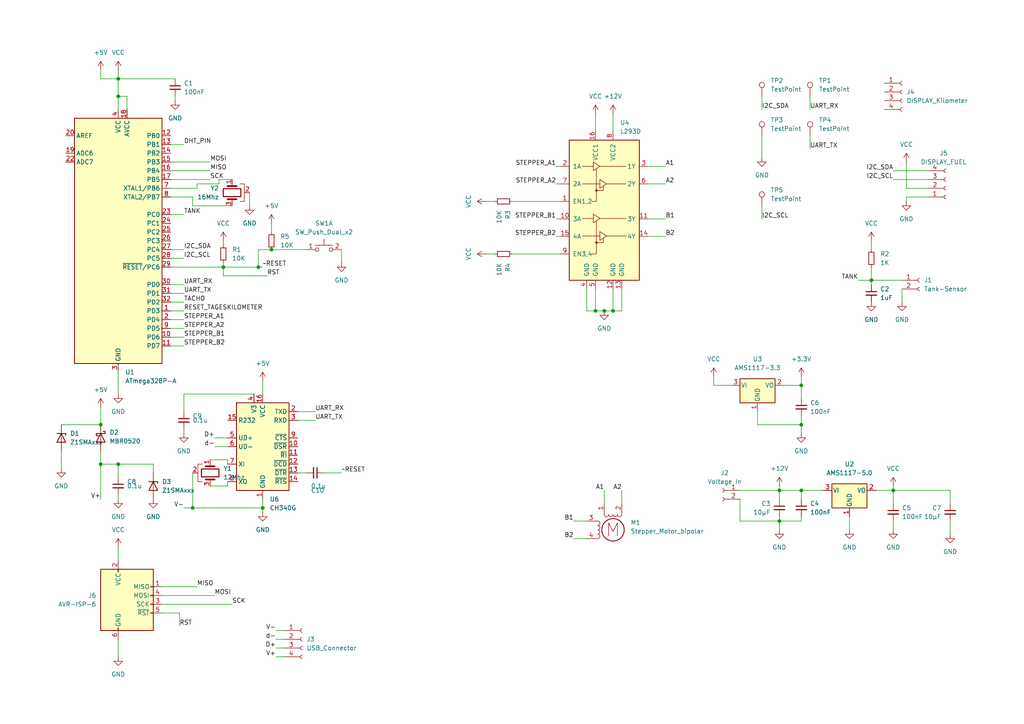
<source format=kicad_sch>
(kicad_sch (version 20211123) (generator eeschema)
  (paper "A4")
  (lib_symbols
    (symbol "Connector:AVR-ISP-6" (pin_names (offset 1.016))
      (property "Reference" "J" (at -6.35 11.43 0))
      (property "Value" "AVR-ISP-6" (at 0 11.43 0))
      (symbol "AVR-ISP-6_0_1"
        (rectangle (start -2.667 -6.858) (end -2.413 -7.62))
        (rectangle (start -2.667 10.16) (end -2.413 9.398))
        (rectangle (start 7.62 -2.413) (end 6.858 -2.667))
        (rectangle (start 7.62 0.127) (end 6.858 -0.127))
        (rectangle (start 7.62 2.667) (end 6.858 2.413))
        (rectangle (start 7.62 5.207) (end 6.858 4.953))
        (rectangle (start 7.62 10.16) (end -7.62 -7.62) (stroke (width 0.254)) (fill (type background)))
      )
      (symbol "AVR-ISP-6_1_1"
        (pin passive line (at 10.16 5.08 180) (length 2.54) (name "MISO") (number "1"))
        (pin passive line (at -2.54 12.7 270) (length 2.54) (name "VCC") (number "2"))
        (pin passive line (at 10.16 0 180) (length 2.54) (name "SCK") (number "3"))
        (pin passive line (at 10.16 2.54 180) (length 2.54) (name "MOSI") (number "4"))
        (pin passive line (at 10.16 -2.54 180) (length 2.54) (name "~{RST}") (number "5"))
        (pin passive line (at -2.54 -10.16 90) (length 2.54) (name "GND") (number "6"))
      )
    )
    (symbol "Connector:Conn_01x02_Female" (pin_names (offset 1.016) hide)
      (property "Reference" "J" (at 0 2.54 0))
      (property "Value" "Conn_01x02_Female" (at 0 -5.08 0))
      (symbol "Conn_01x02_Female_1_1"
        (arc (start 0 -2.032) (mid -0.508 -2.54) (end 0 -3.048) (stroke (width 0.1524)))
        (polyline (pts (xy -1.27 -2.54) (xy -0.508 -2.54)) (stroke (width 0.1524)))
        (polyline (pts (xy -1.27 0) (xy -0.508 0)) (stroke (width 0.1524)))
        (arc (start 0 0.508) (mid -0.508 0) (end 0 -0.508) (stroke (width 0.1524)))
        (pin passive line (at -5.08 0 0) (length 3.81) (name "Pin_1") (number "1"))
        (pin passive line (at -5.08 -2.54 0) (length 3.81) (name "Pin_2") (number "2"))
      )
    )
    (symbol "Connector:Conn_01x04_Female" (pin_names (offset 1.016) hide)
      (property "Reference" "J" (at 0 5.08 0))
      (property "Value" "Conn_01x04_Female" (at 0 -7.62 0))
      (symbol "Conn_01x04_Female_1_1"
        (arc (start 0 -4.572) (mid -0.508 -5.08) (end 0 -5.588) (stroke (width 0.1524)))
        (arc (start 0 -2.032) (mid -0.508 -2.54) (end 0 -3.048) (stroke (width 0.1524)))
        (polyline (pts (xy -1.27 -5.08) (xy -0.508 -5.08)) (stroke (width 0.1524)))
        (polyline (pts (xy -1.27 -2.54) (xy -0.508 -2.54)) (stroke (width 0.1524)))
        (polyline (pts (xy -1.27 0) (xy -0.508 0)) (stroke (width 0.1524)))
        (polyline (pts (xy -1.27 2.54) (xy -0.508 2.54)) (stroke (width 0.1524)))
        (arc (start 0 0.508) (mid -0.508 0) (end 0 -0.508) (stroke (width 0.1524)))
        (arc (start 0 3.048) (mid -0.508 2.54) (end 0 2.032) (stroke (width 0.1524)))
        (pin passive line (at -5.08 2.54 0) (length 3.81) (name "Pin_1") (number "1"))
        (pin passive line (at -5.08 0 0) (length 3.81) (name "Pin_2") (number "2"))
        (pin passive line (at -5.08 -2.54 0) (length 3.81) (name "Pin_3") (number "3"))
        (pin passive line (at -5.08 -5.08 0) (length 3.81) (name "Pin_4") (number "4"))
      )
    )
    (symbol "Connector:TestPoint" (pin_numbers hide) (pin_names (offset 0.762) hide)
      (property "Reference" "TP" (at 0 6.858 0))
      (property "Value" "TestPoint" (at 0 5.08 0))
      (symbol "TestPoint_0_1"
        (circle (center 0 3.302) (radius 0.762))
      )
      (symbol "TestPoint_1_1"
        (pin passive line (at 0 0 90) (length 2.54) (name "1") (number "1"))
      )
    )
    (symbol "Device:C_Small" (pin_numbers hide) (pin_names (offset 0.254) hide)
      (property "Reference" "C" (at 0.254 1.778 0))
      (property "Value" "C_Small" (at 0.254 -2.032 0))
      (symbol "C_Small_0_1"
        (polyline (pts (xy -1.524 -0.508) (xy 1.524 -0.508)) (stroke (width 0.3302)))
        (polyline (pts (xy -1.524 0.508) (xy 1.524 0.508)) (stroke (width 0.3048)))
      )
      (symbol "C_Small_1_1"
        (pin passive line (at 0 2.54 270) (length 2.032) (name "~") (number "1"))
        (pin passive line (at 0 -2.54 90) (length 2.032) (name "~") (number "2"))
      )
    )
    (symbol "Device:Crystal_GND2" (pin_names (offset 1.016) hide)
      (property "Reference" "Y" (at 0 5.715 0))
      (property "Value" "Crystal_GND2" (at 0 3.81 0))
      (symbol "Crystal_GND2_0_1"
        (rectangle (start -1.143 2.54) (end 1.143 -2.54) (stroke (width 0.3048)))
        (polyline (pts (xy -2.54 0) (xy -1.905 0)))
        (polyline (pts (xy -1.905 -1.27) (xy -1.905 1.27)) (stroke (width 0.508)))
        (polyline (pts (xy 0 -3.81) (xy 0 -3.556)))
        (polyline (pts (xy 1.905 0) (xy 2.54 0)))
        (polyline (pts (xy 1.905 1.27) (xy 1.905 -1.27)) (stroke (width 0.508)))
        (polyline (pts (xy -2.54 -2.286) (xy -2.54 -3.556) (xy 2.54 -3.556) (xy 2.54 -2.286)))
      )
      (symbol "Crystal_GND2_1_1"
        (pin passive line (at -3.81 0 0) (length 1.27) (name "1") (number "1"))
        (pin passive line (at 0 -5.08 90) (length 1.27) (name "2") (number "2"))
        (pin passive line (at 3.81 0 180) (length 1.27) (name "3") (number "3"))
      )
    )
    (symbol "Device:R_Small" (pin_numbers hide) (pin_names (offset 0.254) hide)
      (property "Reference" "R" (at 0.762 0.508 0))
      (property "Value" "R_Small" (at 0.762 -1.016 0))
      (symbol "R_Small_0_1"
        (rectangle (start -0.762 1.778) (end 0.762 -1.778) (stroke (width 0.2032)))
      )
      (symbol "R_Small_1_1"
        (pin passive line (at 0 2.54 270) (length 0.762) (name "~") (number "1"))
        (pin passive line (at 0 -2.54 90) (length 0.762) (name "~") (number "2"))
      )
    )
    (symbol "Diode:MBR0520" (pin_numbers hide) (pin_names (offset 1.016) hide)
      (property "Reference" "D" (at 0 2.54 0))
      (property "Value" "MBR0520" (at 0 -2.54 0))
      (symbol "MBR0520_0_1"
        (polyline (pts (xy 1.27 0) (xy -1.27 0)))
        (polyline (pts (xy 1.27 1.27) (xy 1.27 -1.27) (xy -1.27 0) (xy 1.27 1.27)) (stroke (width 0.254)))
        (polyline (pts (xy -1.905 0.635) (xy -1.905 1.27) (xy -1.27 1.27) (xy -1.27 -1.27) (xy -0.635 -1.27) (xy -0.635 -0.635)) (stroke (width 0.254)))
      )
      (symbol "MBR0520_1_1"
        (pin passive line (at -3.81 0 0) (length 2.54) (name "K") (number "1"))
        (pin passive line (at 3.81 0 180) (length 2.54) (name "A") (number "2"))
      )
    )
    (symbol "Diode:Z1SMAxxx" (pin_numbers hide) (pin_names hide)
      (property "Reference" "D" (at 0 2.54 0))
      (property "Value" "Z1SMAxxx" (at 0 -2.54 0))
      (symbol "Z1SMAxxx_0_1"
        (polyline (pts (xy 1.27 0) (xy -1.27 0)))
        (polyline (pts (xy -1.27 -1.27) (xy -1.27 1.27) (xy -0.762 1.27)) (stroke (width 0.254)))
        (polyline (pts (xy 1.27 -1.27) (xy 1.27 1.27) (xy -1.27 0) (xy 1.27 -1.27)) (stroke (width 0.254)))
      )
      (symbol "Z1SMAxxx_1_1"
        (pin passive line (at -3.81 0 0) (length 2.54) (name "K") (number "1"))
        (pin passive line (at 3.81 0 180) (length 2.54) (name "A") (number "2"))
      )
    )
    (symbol "Driver_Motor:L293D" (pin_names (offset 1.016))
      (property "Reference" "U" (at -5.08 26.035 0))
      (property "Value" "L293D" (at -5.08 24.13 0))
      (symbol "L293D_0_1"
        (rectangle (start -10.16 22.86) (end 10.16 -17.78) (stroke (width 0.254)) (fill (type background)))
        (circle (center -2.286 -6.858) (radius 0.254) (fill (type outline)))
        (circle (center -2.286 8.255) (radius 0.254) (fill (type outline)))
        (polyline (pts (xy -6.35 -4.953) (xy -1.27 -4.953)))
        (polyline (pts (xy -6.35 0.127) (xy -3.175 0.127)))
        (polyline (pts (xy -6.35 10.16) (xy -1.27 10.16)))
        (polyline (pts (xy -6.35 15.24) (xy -3.175 15.24)))
        (polyline (pts (xy -1.27 0.127) (xy 6.35 0.127)))
        (polyline (pts (xy -1.27 15.24) (xy 6.35 15.24)))
        (polyline (pts (xy 0.635 -4.953) (xy 6.35 -4.953)))
        (polyline (pts (xy 0.635 10.16) (xy 6.35 10.16)))
        (polyline (pts (xy -2.286 -6.858) (xy -0.254 -6.858) (xy -0.254 -5.588)))
        (polyline (pts (xy -2.286 -0.635) (xy -2.286 -10.16) (xy -3.556 -10.16)))
        (polyline (pts (xy -2.286 8.255) (xy -0.254 8.255) (xy -0.254 9.525)))
        (polyline (pts (xy -2.286 14.478) (xy -2.286 5.08) (xy -3.556 5.08)))
        (polyline (pts (xy -3.175 1.397) (xy -3.175 -1.143) (xy -1.27 0.127) (xy -3.175 1.397)))
        (polyline (pts (xy -3.175 16.51) (xy -3.175 13.97) (xy -1.27 15.24) (xy -3.175 16.51)))
        (polyline (pts (xy -1.27 -3.683) (xy -1.27 -6.223) (xy 0.635 -4.953) (xy -1.27 -3.683)))
        (polyline (pts (xy -1.27 11.43) (xy -1.27 8.89) (xy 0.635 10.16) (xy -1.27 11.43)))
      )
      (symbol "L293D_1_1"
        (pin input line (at -12.7 5.08 0) (length 2.54) (name "EN1,2") (number "1"))
        (pin input line (at -12.7 0 0) (length 2.54) (name "3A") (number "10"))
        (pin output line (at 12.7 0 180) (length 2.54) (name "3Y") (number "11"))
        (pin power_in line (at 2.54 -20.32 90) (length 2.54) (name "GND") (number "12"))
        (pin power_in line (at 5.08 -20.32 90) (length 2.54) (name "GND") (number "13"))
        (pin output line (at 12.7 -5.08 180) (length 2.54) (name "4Y") (number "14"))
        (pin input line (at -12.7 -5.08 0) (length 2.54) (name "4A") (number "15"))
        (pin power_in line (at -2.54 25.4 270) (length 2.54) (name "VCC1") (number "16"))
        (pin input line (at -12.7 15.24 0) (length 2.54) (name "1A") (number "2"))
        (pin output line (at 12.7 15.24 180) (length 2.54) (name "1Y") (number "3"))
        (pin power_in line (at -5.08 -20.32 90) (length 2.54) (name "GND") (number "4"))
        (pin power_in line (at -2.54 -20.32 90) (length 2.54) (name "GND") (number "5"))
        (pin output line (at 12.7 10.16 180) (length 2.54) (name "2Y") (number "6"))
        (pin input line (at -12.7 10.16 0) (length 2.54) (name "2A") (number "7"))
        (pin power_in line (at 2.54 25.4 270) (length 2.54) (name "VCC2") (number "8"))
        (pin input line (at -12.7 -10.16 0) (length 2.54) (name "EN3,4") (number "9"))
      )
    )
    (symbol "Interface_USB:CH340G"
      (property "Reference" "U" (at -5.08 13.97 0))
      (property "Value" "CH340G" (at 1.27 13.97 0))
      (symbol "CH340G_0_1"
        (rectangle (start -7.62 12.7) (end 7.62 -12.7) (stroke (width 0.254)) (fill (type background)))
      )
      (symbol "CH340G_1_1"
        (pin power_in line (at 0 -15.24 90) (length 2.54) (name "GND") (number "1"))
        (pin input line (at 10.16 0 180) (length 2.54) (name "~{DSR}") (number "10"))
        (pin input line (at 10.16 -2.54 180) (length 2.54) (name "~{RI}") (number "11"))
        (pin input line (at 10.16 -5.08 180) (length 2.54) (name "~{DCD}") (number "12"))
        (pin output line (at 10.16 -7.62 180) (length 2.54) (name "~{DTR}") (number "13"))
        (pin output line (at 10.16 -10.16 180) (length 2.54) (name "~{RTS}") (number "14"))
        (pin input line (at -10.16 7.62 0) (length 2.54) (name "R232") (number "15"))
        (pin power_in line (at 0 15.24 270) (length 2.54) (name "VCC") (number "16"))
        (pin output line (at 10.16 10.16 180) (length 2.54) (name "TXD") (number "2"))
        (pin input line (at 10.16 7.62 180) (length 2.54) (name "RXD") (number "3"))
        (pin passive line (at -2.54 15.24 270) (length 2.54) (name "V3") (number "4"))
        (pin bidirectional line (at -10.16 2.54 0) (length 2.54) (name "UD+") (number "5"))
        (pin bidirectional line (at -10.16 0 0) (length 2.54) (name "UD-") (number "6"))
        (pin input line (at -10.16 -5.08 0) (length 2.54) (name "XI") (number "7"))
        (pin output line (at -10.16 -10.16 0) (length 2.54) (name "XO") (number "8"))
        (pin input line (at 10.16 2.54 180) (length 2.54) (name "~{CTS}") (number "9"))
      )
    )
    (symbol "MCU_Microchip_ATmega:ATmega328P-A"
      (property "Reference" "U" (at -12.7 36.83 0))
      (property "Value" "ATmega328P-A" (at 2.54 -36.83 0))
      (symbol "ATmega328P-A_0_1"
        (rectangle (start -12.7 -35.56) (end 12.7 35.56) (stroke (width 0.254)) (fill (type background)))
      )
      (symbol "ATmega328P-A_1_1"
        (pin bidirectional line (at 15.24 -20.32 180) (length 2.54) (name "PD3") (number "1"))
        (pin bidirectional line (at 15.24 -27.94 180) (length 2.54) (name "PD6") (number "10"))
        (pin bidirectional line (at 15.24 -30.48 180) (length 2.54) (name "PD7") (number "11"))
        (pin bidirectional line (at 15.24 30.48 180) (length 2.54) (name "PB0") (number "12"))
        (pin bidirectional line (at 15.24 27.94 180) (length 2.54) (name "PB1") (number "13"))
        (pin bidirectional line (at 15.24 25.4 180) (length 2.54) (name "PB2") (number "14"))
        (pin bidirectional line (at 15.24 22.86 180) (length 2.54) (name "PB3") (number "15"))
        (pin bidirectional line (at 15.24 20.32 180) (length 2.54) (name "PB4") (number "16"))
        (pin bidirectional line (at 15.24 17.78 180) (length 2.54) (name "PB5") (number "17"))
        (pin power_in line (at 2.54 38.1 270) (length 2.54) (name "AVCC") (number "18"))
        (pin input line (at -15.24 25.4 0) (length 2.54) (name "ADC6") (number "19"))
        (pin bidirectional line (at 15.24 -22.86 180) (length 2.54) (name "PD4") (number "2"))
        (pin passive line (at -15.24 30.48 0) (length 2.54) (name "AREF") (number "20"))
        (pin passive line (at 0 -38.1 90) (length 2.54) hide (name "GND") (number "21"))
        (pin input line (at -15.24 22.86 0) (length 2.54) (name "ADC7") (number "22"))
        (pin bidirectional line (at 15.24 7.62 180) (length 2.54) (name "PC0") (number "23"))
        (pin bidirectional line (at 15.24 5.08 180) (length 2.54) (name "PC1") (number "24"))
        (pin bidirectional line (at 15.24 2.54 180) (length 2.54) (name "PC2") (number "25"))
        (pin bidirectional line (at 15.24 0 180) (length 2.54) (name "PC3") (number "26"))
        (pin bidirectional line (at 15.24 -2.54 180) (length 2.54) (name "PC4") (number "27"))
        (pin bidirectional line (at 15.24 -5.08 180) (length 2.54) (name "PC5") (number "28"))
        (pin bidirectional line (at 15.24 -7.62 180) (length 2.54) (name "~{RESET}/PC6") (number "29"))
        (pin power_in line (at 0 -38.1 90) (length 2.54) (name "GND") (number "3"))
        (pin bidirectional line (at 15.24 -12.7 180) (length 2.54) (name "PD0") (number "30"))
        (pin bidirectional line (at 15.24 -15.24 180) (length 2.54) (name "PD1") (number "31"))
        (pin bidirectional line (at 15.24 -17.78 180) (length 2.54) (name "PD2") (number "32"))
        (pin power_in line (at 0 38.1 270) (length 2.54) (name "VCC") (number "4"))
        (pin passive line (at 0 -38.1 90) (length 2.54) hide (name "GND") (number "5"))
        (pin passive line (at 0 38.1 270) (length 2.54) hide (name "VCC") (number "6"))
        (pin bidirectional line (at 15.24 15.24 180) (length 2.54) (name "XTAL1/PB6") (number "7"))
        (pin bidirectional line (at 15.24 12.7 180) (length 2.54) (name "XTAL2/PB7") (number "8"))
        (pin bidirectional line (at 15.24 -25.4 180) (length 2.54) (name "PD5") (number "9"))
      )
    )
    (symbol "Motor:Stepper_Motor_bipolar" (pin_names (offset 0) hide)
      (property "Reference" "M" (at 3.81 2.54 0))
      (property "Value" "Stepper_Motor_bipolar" (at 3.81 1.27 0))
      (symbol "Stepper_Motor_bipolar_0_0"
        (polyline (pts (xy -1.27 -1.778) (xy -1.27 2.032) (xy 0 -0.508) (xy 1.27 2.032) (xy 1.27 -1.778)))
      )
      (symbol "Stepper_Motor_bipolar_0_1"
        (arc (start -4.445 -2.54) (mid -3.81 -1.905) (end -4.445 -1.27))
        (arc (start -4.445 -1.27) (mid -3.81 -0.635) (end -4.445 0))
        (arc (start -4.445 0) (mid -3.81 0.635) (end -4.445 1.27))
        (arc (start -4.445 1.27) (mid -3.81 1.905) (end -4.445 2.54))
        (arc (start -2.54 4.445) (mid -1.905 3.81) (end -1.27 4.445))
        (arc (start -1.27 4.445) (mid -0.635 3.81) (end 0 4.445))
        (polyline (pts (xy -5.08 -2.54) (xy -4.445 -2.54)))
        (polyline (pts (xy -5.08 2.54) (xy -4.445 2.54)))
        (polyline (pts (xy -2.54 5.08) (xy -2.54 4.445)))
        (polyline (pts (xy 2.54 5.08) (xy 2.54 4.445)))
        (circle (center 0 0) (radius 3.2512) (stroke (width 0.254)))
        (arc (start 0 4.445) (mid 0.635 3.81) (end 1.27 4.445))
        (arc (start 1.27 4.445) (mid 1.905 3.81) (end 2.54 4.445))
      )
      (symbol "Stepper_Motor_bipolar_1_1"
        (pin passive line (at -2.54 7.62 270) (length 2.54) (name "~") (number "1"))
        (pin passive line (at 2.54 7.62 270) (length 2.54) (name "-") (number "2"))
        (pin passive line (at -7.62 2.54 0) (length 2.54) (name "~") (number "3"))
        (pin passive line (at -7.62 -2.54 0) (length 2.54) (name "~") (number "4"))
      )
    )
    (symbol "Regulator_Linear:AMS1117-3.3" (pin_names (offset 0.254))
      (property "Reference" "U" (at -3.81 3.175 0))
      (property "Value" "AMS1117-3.3" (at 0 3.175 0))
      (symbol "AMS1117-3.3_0_1"
        (rectangle (start -5.08 -5.08) (end 5.08 1.905) (stroke (width 0.254)) (fill (type background)))
      )
      (symbol "AMS1117-3.3_1_1"
        (pin power_in line (at 0 -7.62 90) (length 2.54) (name "GND") (number "1"))
        (pin power_out line (at 7.62 0 180) (length 2.54) (name "VO") (number "2"))
        (pin power_in line (at -7.62 0 0) (length 2.54) (name "VI") (number "3"))
      )
    )
    (symbol "Regulator_Linear:AMS1117-5.0" (pin_names (offset 0.254))
      (property "Reference" "U" (at -3.81 3.175 0))
      (property "Value" "AMS1117-5.0" (at 0 3.175 0))
      (symbol "AMS1117-5.0_0_1"
        (rectangle (start -5.08 -5.08) (end 5.08 1.905) (stroke (width 0.254)) (fill (type background)))
      )
      (symbol "AMS1117-5.0_1_1"
        (pin power_in line (at 0 -7.62 90) (length 2.54) (name "GND") (number "1"))
        (pin power_out line (at 7.62 0 180) (length 2.54) (name "VO") (number "2"))
        (pin power_in line (at -7.62 0 0) (length 2.54) (name "VI") (number "3"))
      )
    )
    (symbol "Switch:SW_Push_Dual_x2" (pin_names (offset 1.016) hide)
      (property "Reference" "SW" (at 1.27 2.54 0))
      (property "Value" "SW_Push_Dual_x2" (at 0 -1.524 0))
      (symbol "SW_Push_Dual_x2_0_1"
        (circle (center -2.032 0) (radius 0.508))
        (polyline (pts (xy 0 1.27) (xy 0 3.048)))
        (polyline (pts (xy 2.54 1.27) (xy -2.54 1.27)))
        (circle (center 2.032 0) (radius 0.508))
      )
      (symbol "SW_Push_Dual_x2_1_1"
        (pin passive line (at -5.08 0 0) (length 2.54) (name "C") (number "1"))
        (pin passive line (at 5.08 0 180) (length 2.54) (name "D") (number "2"))
      )
      (symbol "SW_Push_Dual_x2_2_1"
        (pin passive line (at -5.08 0 0) (length 2.54) (name "C") (number "3"))
        (pin passive line (at 5.08 0 180) (length 2.54) (name "D") (number "4"))
      )
    )
    (symbol "power:+12V" (power) (pin_names (offset 0))
      (property "Value" "+12V" (at 0 3.556 0))
      (symbol "+12V_0_1"
        (polyline (pts (xy -0.762 1.27) (xy 0 2.54)))
        (polyline (pts (xy 0 0) (xy 0 2.54)))
        (polyline (pts (xy 0 2.54) (xy 0.762 1.27)))
      )
      (symbol "+12V_1_1"
        (pin power_in line (at 0 0 90) (length 0) hide (name "+12V") (number "1"))
      )
    )
    (symbol "power:+3.3V" (power) (pin_names (offset 0))
      (property "Value" "+3.3V" (at 0 3.556 0))
      (symbol "+3.3V_0_1"
        (polyline (pts (xy -0.762 1.27) (xy 0 2.54)))
        (polyline (pts (xy 0 0) (xy 0 2.54)))
        (polyline (pts (xy 0 2.54) (xy 0.762 1.27)))
      )
      (symbol "+3.3V_1_1"
        (pin power_in line (at 0 0 90) (length 0) hide (name "+3.3V") (number "1"))
      )
    )
    (symbol "power:+5V" (power) (pin_names (offset 0))
      (property "Value" "+5V" (at 0 3.556 0))
      (symbol "+5V_0_1"
        (polyline (pts (xy -0.762 1.27) (xy 0 2.54)))
        (polyline (pts (xy 0 0) (xy 0 2.54)))
        (polyline (pts (xy 0 2.54) (xy 0.762 1.27)))
      )
      (symbol "+5V_1_1"
        (pin power_in line (at 0 0 90) (length 0) hide (name "+5V") (number "1"))
      )
    )
    (symbol "power:GND" (power) (pin_names (offset 0))
      (property "Value" "GND" (at 0 -3.81 0))
      (symbol "GND_0_1"
        (polyline (pts (xy 0 0) (xy 0 -1.27) (xy 1.27 -1.27) (xy 0 -2.54) (xy -1.27 -1.27) (xy 0 -1.27)))
      )
      (symbol "GND_1_1"
        (pin power_in line (at 0 0 270) (length 0) hide (name "GND") (number "1"))
      )
    )
    (symbol "power:VCC" (power) (pin_names (offset 0))
      (property "Value" "VCC" (at 0 3.81 0))
      (symbol "VCC_0_1"
        (polyline (pts (xy -0.762 1.27) (xy 0 2.54)))
        (polyline (pts (xy 0 0) (xy 0 2.54)))
        (polyline (pts (xy 0 2.54) (xy 0.762 1.27)))
      )
      (symbol "VCC_1_1"
        (pin power_in line (at 0 0 90) (length 0) hide (name "VCC") (number "1"))
      )
    )
  )
  (junction (at 55.88 147.32))
  (junction (at 64.77 77.47))
  (junction (at 177.8 90.17))
  (junction (at 34.29 134.62))
  (junction (at 259.08 142.24))
  (junction (at 172.72 90.17))
  (junction (at 76.2 147.32))
  (junction (at 175.26 90.17))
  (junction (at 232.41 142.24))
  (junction (at 226.06 142.24))
  (junction (at 78.74 72.39))
  (junction (at 74.93 77.47))
  (junction (at 29.21 134.62))
  (junction (at 232.41 123.19))
  (junction (at 29.21 123.19))
  (junction (at 232.41 111.76))
  (junction (at 252.73 81.28))
  (junction (at 34.29 27.94))
  (junction (at 34.29 22.86))
  (junction (at 226.06 151.13))
  (wire (pts (xy 99.06 72.39) (xy 99.06 76.2)))
  (wire (pts (xy 49.53 52.07) (xy 60.96 52.07)))
  (wire (pts (xy 63.5 53.34) (xy 57.15 53.34)))
  (wire (pts (xy 232.41 142.24) (xy 232.41 144.78)))
  (wire (pts (xy 214.63 151.13) (xy 226.06 151.13)))
  (wire (pts (xy 246.38 149.86) (xy 246.38 153.67)))
  (wire (pts (xy 177.8 83.82) (xy 177.8 90.17)))
  (wire (pts (xy 49.53 97.79) (xy 53.34 97.79)))
  (wire (pts (xy 50.8 27.94) (xy 50.8 29.21)))
  (wire (pts (xy 49.53 82.55) (xy 53.34 82.55)))
  (wire (pts (xy 175.26 90.17) (xy 177.8 90.17)))
  (wire (pts (xy 226.06 149.86) (xy 226.06 151.13)))
  (wire (pts (xy 226.06 142.24) (xy 226.06 144.78)))
  (wire (pts (xy 34.29 158.75) (xy 34.29 162.56)))
  (wire (pts (xy 49.53 57.15) (xy 55.88 57.15)))
  (wire (pts (xy 34.29 27.94) (xy 34.29 31.75)))
  (wire (pts (xy 76.2 147.32) (xy 76.2 148.59)))
  (wire (pts (xy 252.73 77.47) (xy 252.73 81.28)))
  (wire (pts (xy 60.96 140.97) (xy 66.04 140.97)))
  (wire (pts (xy 166.37 156.21) (xy 170.18 156.21)))
  (wire (pts (xy 88.9 72.39) (xy 78.74 72.39)))
  (wire (pts (xy 49.53 49.53) (xy 60.96 49.53)))
  (wire (pts (xy 275.59 146.05) (xy 275.59 142.24)))
  (wire (pts (xy 86.36 121.92) (xy 91.44 121.92)))
  (wire (pts (xy 57.15 53.34) (xy 57.15 54.61)))
  (wire (pts (xy 60.96 133.35) (xy 66.04 133.35)))
  (wire (pts (xy 220.98 27.94) (xy 220.98 31.75)))
  (wire (pts (xy 261.62 81.28) (xy 252.73 81.28)))
  (wire (pts (xy 34.29 138.43) (xy 34.29 134.62)))
  (wire (pts (xy 64.77 77.47) (xy 64.77 80.01)))
  (wire (pts (xy 29.21 134.62) (xy 34.29 134.62)))
  (wire (pts (xy 187.96 48.26) (xy 193.04 48.26)))
  (wire (pts (xy 207.01 109.22) (xy 207.01 111.76)))
  (wire (pts (xy 161.29 68.58) (xy 162.56 68.58)))
  (wire (pts (xy 62.23 127) (xy 66.04 127)))
  (wire (pts (xy 53.34 147.32) (xy 55.88 147.32)))
  (wire (pts (xy 77.47 80.01) (xy 64.77 80.01)))
  (wire (pts (xy 161.29 53.34) (xy 162.56 53.34)))
  (wire (pts (xy 46.99 172.72) (xy 62.23 172.72)))
  (wire (pts (xy 161.29 48.26) (xy 162.56 48.26)))
  (wire (pts (xy 80.01 187.96) (xy 82.55 187.96)))
  (wire (pts (xy 214.63 142.24) (xy 226.06 142.24)))
  (wire (pts (xy 86.36 137.16) (xy 88.9 137.16)))
  (wire (pts (xy 234.95 27.94) (xy 234.95 31.75)))
  (wire (pts (xy 49.53 74.93) (xy 53.34 74.93)))
  (wire (pts (xy 252.73 81.28) (xy 252.73 82.55)))
  (wire (pts (xy 219.71 119.38) (xy 219.71 123.19)))
  (wire (pts (xy 80.01 182.88) (xy 82.55 182.88)))
  (wire (pts (xy 161.29 63.5) (xy 162.56 63.5)))
  (wire (pts (xy 187.96 68.58) (xy 193.04 68.58)))
  (wire (pts (xy 248.92 81.28) (xy 252.73 81.28)))
  (wire (pts (xy 29.21 20.32) (xy 29.21 22.86)))
  (wire (pts (xy 140.97 73.66) (xy 143.51 73.66)))
  (wire (pts (xy 66.04 134.62) (xy 66.04 133.35)))
  (wire (pts (xy 46.99 170.18) (xy 57.15 170.18)))
  (wire (pts (xy 232.41 149.86) (xy 232.41 151.13)))
  (wire (pts (xy 29.21 134.62) (xy 29.21 144.78)))
  (wire (pts (xy 49.53 72.39) (xy 53.34 72.39)))
  (wire (pts (xy 80.01 185.42) (xy 82.55 185.42)))
  (wire (pts (xy 63.5 52.07) (xy 63.5 53.34)))
  (wire (pts (xy 55.88 147.32) (xy 76.2 147.32)))
  (wire (pts (xy 44.45 137.16) (xy 44.45 134.62)))
  (wire (pts (xy 170.18 90.17) (xy 170.18 83.82)))
  (wire (pts (xy 80.01 190.5) (xy 82.55 190.5)))
  (wire (pts (xy 172.72 33.02) (xy 172.72 38.1)))
  (wire (pts (xy 49.53 95.25) (xy 53.34 95.25)))
  (wire (pts (xy 262.89 46.99) (xy 262.89 54.61)))
  (wire (pts (xy 29.21 118.11) (xy 29.21 123.19)))
  (wire (pts (xy 76.2 110.49) (xy 76.2 114.3)))
  (wire (pts (xy 275.59 151.13) (xy 275.59 154.94)))
  (wire (pts (xy 275.59 142.24) (xy 259.08 142.24)))
  (wire (pts (xy 49.53 77.47) (xy 64.77 77.47)))
  (wire (pts (xy 86.36 119.38) (xy 91.44 119.38)))
  (wire (pts (xy 166.37 151.13) (xy 170.18 151.13)))
  (wire (pts (xy 49.53 92.71) (xy 53.34 92.71)))
  (wire (pts (xy 49.53 87.63) (xy 53.34 87.63)))
  (wire (pts (xy 55.88 137.16) (xy 55.88 147.32)))
  (wire (pts (xy 259.08 142.24) (xy 259.08 140.97)))
  (wire (pts (xy 220.98 59.69) (xy 220.98 63.5)))
  (wire (pts (xy 254 142.24) (xy 259.08 142.24)))
  (wire (pts (xy 261.62 83.82) (xy 261.62 87.63)))
  (wire (pts (xy 49.53 100.33) (xy 53.34 100.33)))
  (wire (pts (xy 67.31 52.07) (xy 63.5 52.07)))
  (wire (pts (xy 64.77 77.47) (xy 74.93 77.47)))
  (wire (pts (xy 78.74 64.77) (xy 78.74 67.31)))
  (wire (pts (xy 170.18 90.17) (xy 172.72 90.17)))
  (wire (pts (xy 227.33 111.76) (xy 232.41 111.76)))
  (wire (pts (xy 148.59 58.42) (xy 162.56 58.42)))
  (wire (pts (xy 214.63 144.78) (xy 214.63 151.13)))
  (wire (pts (xy 53.34 114.3) (xy 53.34 119.38)))
  (wire (pts (xy 49.53 46.99) (xy 60.96 46.99)))
  (wire (pts (xy 207.01 111.76) (xy 212.09 111.76)))
  (wire (pts (xy 64.77 76.2) (xy 64.77 77.47)))
  (wire (pts (xy 55.88 59.69) (xy 67.31 59.69)))
  (wire (pts (xy 36.83 31.75) (xy 36.83 27.94)))
  (wire (pts (xy 226.06 140.97) (xy 226.06 142.24)))
  (wire (pts (xy 175.26 142.24) (xy 175.26 146.05)))
  (wire (pts (xy 52.07 181.61) (xy 52.07 177.8)))
  (wire (pts (xy 259.08 52.07) (xy 269.24 52.07)))
  (wire (pts (xy 140.97 58.42) (xy 143.51 58.42)))
  (wire (pts (xy 64.77 69.85) (xy 64.77 71.12)))
  (wire (pts (xy 34.29 20.32) (xy 34.29 22.86)))
  (wire (pts (xy 148.59 73.66) (xy 162.56 73.66)))
  (wire (pts (xy 177.8 33.02) (xy 177.8 38.1)))
  (wire (pts (xy 49.53 90.17) (xy 53.34 90.17)))
  (wire (pts (xy 17.78 123.19) (xy 29.21 123.19)))
  (wire (pts (xy 262.89 57.15) (xy 269.24 57.15)))
  (wire (pts (xy 34.29 185.42) (xy 34.29 190.5)))
  (wire (pts (xy 232.41 151.13) (xy 226.06 151.13)))
  (wire (pts (xy 49.53 85.09) (xy 53.34 85.09)))
  (wire (pts (xy 66.04 139.7) (xy 66.04 140.97)))
  (wire (pts (xy 49.53 41.91) (xy 53.34 41.91)))
  (wire (pts (xy 234.95 39.37) (xy 234.95 43.18)))
  (wire (pts (xy 187.96 63.5) (xy 193.04 63.5)))
  (wire (pts (xy 46.99 175.26) (xy 67.31 175.26)))
  (wire (pts (xy 177.8 90.17) (xy 180.34 90.17)))
  (wire (pts (xy 180.34 142.24) (xy 180.34 146.05)))
  (wire (pts (xy 180.34 83.82) (xy 180.34 90.17)))
  (wire (pts (xy 259.08 142.24) (xy 259.08 146.05)))
  (wire (pts (xy 29.21 130.81) (xy 29.21 134.62)))
  (wire (pts (xy 232.41 109.22) (xy 232.41 111.76)))
  (wire (pts (xy 55.88 57.15) (xy 55.88 59.69)))
  (wire (pts (xy 259.08 49.53) (xy 269.24 49.53)))
  (wire (pts (xy 34.29 134.62) (xy 44.45 134.62)))
  (wire (pts (xy 93.98 137.16) (xy 99.06 137.16)))
  (wire (pts (xy 57.15 54.61) (xy 49.53 54.61)))
  (wire (pts (xy 62.23 129.54) (xy 66.04 129.54)))
  (wire (pts (xy 36.83 27.94) (xy 34.29 27.94)))
  (wire (pts (xy 219.71 123.19) (xy 232.41 123.19)))
  (wire (pts (xy 29.21 22.86) (xy 34.29 22.86)))
  (wire (pts (xy 232.41 142.24) (xy 238.76 142.24)))
  (wire (pts (xy 172.72 90.17) (xy 175.26 90.17)))
  (wire (pts (xy 49.53 62.23) (xy 53.34 62.23)))
  (wire (pts (xy 220.98 39.37) (xy 220.98 45.72)))
  (wire (pts (xy 73.66 114.3) (xy 53.34 114.3)))
  (wire (pts (xy 74.93 77.47) (xy 76.2 77.47)))
  (wire (pts (xy 252.73 69.85) (xy 252.73 72.39)))
  (wire (pts (xy 187.96 53.34) (xy 193.04 53.34)))
  (wire (pts (xy 34.29 143.51) (xy 34.29 144.78)))
  (wire (pts (xy 259.08 151.13) (xy 259.08 153.67)))
  (wire (pts (xy 232.41 123.19) (xy 232.41 125.73)))
  (wire (pts (xy 262.89 58.42) (xy 262.89 57.15)))
  (wire (pts (xy 226.06 151.13) (xy 226.06 153.67)))
  (wire (pts (xy 46.99 177.8) (xy 52.07 177.8)))
  (wire (pts (xy 172.72 90.17) (xy 172.72 83.82)))
  (wire (pts (xy 232.41 123.19) (xy 232.41 120.65)))
  (wire (pts (xy 74.93 72.39) (xy 74.93 77.47)))
  (wire (pts (xy 17.78 130.81) (xy 17.78 135.89)))
  (wire (pts (xy 34.29 22.86) (xy 34.29 27.94)))
  (wire (pts (xy 78.74 72.39) (xy 74.93 72.39)))
  (wire (pts (xy 232.41 111.76) (xy 232.41 115.57)))
  (wire (pts (xy 34.29 22.86) (xy 50.8 22.86)))
  (wire (pts (xy 226.06 142.24) (xy 232.41 142.24)))
  (wire (pts (xy 34.29 107.95) (xy 34.29 114.3)))
  (wire (pts (xy 262.89 54.61) (xy 269.24 54.61)))
  (wire (pts (xy 53.34 124.46) (xy 53.34 125.73)))
  (wire (pts (xy 76.2 144.78) (xy 76.2 147.32)))
  (wire (pts (xy 72.39 55.88) (xy 72.39 59.69)))
  (label "STEPPER_A1" (at 53.34 92.71 0))
  (label "RESET_TAGESKILOMETER" (at 53.34 90.17 0))
  (label "B1" (at 193.04 63.5 0))
  (label "RST" (at 52.07 181.61 0))
  (label "B2" (at 166.37 156.21 180))
  (label "A2" (at 193.04 53.34 0))
  (label "MOSI" (at 60.96 46.99 0))
  (label "STEPPER_B1" (at 161.29 63.5 180))
  (label "I2C_SDA" (at 53.34 72.39 0))
  (label "UART_RX" (at 53.34 82.55 0))
  (label "STEPPER_B2" (at 161.29 68.58 180))
  (label "A2" (at 180.34 142.24 180))
  (label "B1" (at 166.37 151.13 180))
  (label "~RESET" (at 76.2 77.47 0))
  (label "I2C_SCL" (at 220.98 63.5 0))
  (label "V+" (at 80.01 190.5 180))
  (label "A1" (at 193.04 48.26 0))
  (label "MISO" (at 57.15 170.18 0))
  (label "TANK" (at 248.92 81.28 180))
  (label "SCK" (at 60.96 52.07 0))
  (label "V+" (at 29.21 144.78 180))
  (label "UART_TX" (at 53.34 85.09 0))
  (label "UART_TX" (at 91.44 121.92 0))
  (label "I2C_SCL" (at 53.34 74.93 0))
  (label "DHT_PIN" (at 53.34 41.91 0))
  (label "D+" (at 80.01 187.96 180))
  (label "I2C_SDA" (at 259.08 49.53 180))
  (label "d-" (at 80.01 185.42 180))
  (label "B2" (at 193.04 68.58 0))
  (label "TANK" (at 53.34 62.23 0))
  (label "UART_TX" (at 234.95 43.18 0))
  (label "STEPPER_A1" (at 161.29 48.26 180))
  (label "UART_RX" (at 234.95 31.75 0))
  (label "TACHO" (at 53.34 87.63 0))
  (label "d-" (at 62.23 129.54 180))
  (label "STEPPER_A2" (at 53.34 95.25 0))
  (label "STEPPER_A2" (at 161.29 53.34 180))
  (label "D+" (at 62.23 127 180))
  (label "I2C_SDA" (at 220.98 31.75 0))
  (label "RST" (at 77.47 80.01 0))
  (label "SCK" (at 67.31 175.26 0))
  (label "MISO" (at 60.96 49.53 0))
  (label "V-" (at 53.34 147.32 180))
  (label "STEPPER_B1" (at 53.34 97.79 0))
  (label "STEPPER_B2" (at 53.34 100.33 0))
  (label "V-" (at 80.01 182.88 180))
  (label "UART_RX" (at 91.44 119.38 0))
  (label "A1" (at 175.26 142.24 180))
  (label "MOSI" (at 62.23 172.72 0))
  (label "~RESET" (at 99.06 137.16 0))
  (label "I2C_SCL" (at 259.08 52.07 180))
  (symbol (lib_id "power:GND") (at 220.98 45.72 0) (unit 1)
    (property "Reference" "#PWR0119" (effects hide))
    (property "Value" "GND" (at 220.98 50.8 0))
  )
  (symbol (lib_id "Driver_Motor:L293D") (at 175.26 63.5 0) (unit 1)
    (property "Reference" "U4" (at 179.8194 35.56 0) (effects (justify left)))
    (property "Value" "L293D" (at 179.8194 38.1 0) (effects (justify left)))
    (property "Footprint" "Package_DIP:DIP-16_W7.62mm" (effects hide))
    (property "Datasheet" "http://www.ti.com/lit/ds/symlink/l293.pdf" (effects hide))
  )
  (symbol (lib_id "power:+3.3V") (at 232.41 109.22 0) (unit 1)
    (property "Reference" "#PWR0109" (effects hide))
    (property "Value" "+3.3V" (at 232.41 104.14 0))
  )
  (symbol (lib_id "power:GND") (at 44.45 144.78 0) (unit 1)
    (property "Reference" "#PWR0127" (effects hide))
    (property "Value" "GND" (at 44.45 149.86 0))
  )
  (symbol (lib_id "Device:Crystal_GND2") (at 67.31 55.88 90) (mirror x) (unit 1)
    (property "Reference" "Y2" (at 63.5 54.6099 90) (effects (justify left)))
    (property "Value" "16Mhz" (at 63.5 57.1499 90) (effects (justify left)))
  )
  (symbol (lib_id "Device:C_Small") (at 53.34 121.92 0) (unit 1)
    (property "Reference" "C9" (at 55.88 120.6562 0) (effects (justify left)))
    (property "Value" "0.1u" (at 55.88 121.92 0) (effects (justify left)))
    (property "Footprint" "Resistor_SMD:R_0603_1608Metric_Pad0.98x0.95mm_HandSolder" (effects hide))
  )
  (symbol (lib_id "Connector:Conn_01x04_Female") (at 261.62 26.67 0) (unit 1)
    (property "Reference" "J4" (at 262.89 26.6699 0) (effects (justify left)))
    (property "Value" "DISPLAY_Kilometer" (at 262.89 29.2099 0) (effects (justify left)))
    (property "Footprint" "Connector_PinHeader_2.54mm:PinHeader_1x04_P2.54mm_Vertical" (effects hide))
  )
  (symbol (lib_id "Device:R_Small") (at 146.05 58.42 270) (unit 1)
    (property "Reference" "R3" (at 147.3201 60.96 0) (effects (justify left)))
    (property "Value" "10K" (at 144.7801 60.96 0) (effects (justify left)))
    (property "Footprint" "Resistor_SMD:R_0603_1608Metric_Pad0.98x0.95mm_HandSolder" (effects hide))
  )
  (symbol (lib_id "Connector:TestPoint") (at 234.95 27.94 0) (unit 1)
    (property "Reference" "TP1" (at 237.49 23.3679 0) (effects (justify left)))
    (property "Value" "TestPoint" (at 237.49 25.9079 0) (effects (justify left)))
    (property "Footprint" "TestPoint:TestPoint_Pad_D2.0mm" (effects hide))
  )
  (symbol (lib_id "power:GND") (at 72.39 59.69 0) (unit 1)
    (property "Reference" "#PWR0122" (effects hide))
    (property "Value" "GND" (at 72.39 64.77 0))
  )
  (symbol (lib_id "power:GND") (at 53.34 125.73 0) (unit 1)
    (property "Reference" "#PWR0124" (effects hide))
    (property "Value" "GND" (at 53.34 130.81 0))
  )
  (symbol (lib_id "power:GND") (at 34.29 190.5 0) (unit 1)
    (property "Reference" "#PWR0118" (effects hide))
    (property "Value" "GND" (at 34.29 195.58 0))
  )
  (symbol (lib_id "power:+5V") (at 78.74 64.77 0) (unit 1)
    (property "Reference" "#PWR0131" (effects hide))
    (property "Value" "+5V" (at 78.74 59.69 0))
  )
  (symbol (lib_id "power:GND") (at 262.89 58.42 0) (unit 1)
    (property "Reference" "#PWR0110" (effects hide))
    (property "Value" "GND" (at 262.89 63.5 0))
  )
  (symbol (lib_id "Interface_USB:CH340G") (at 76.2 129.54 0) (unit 1)
    (property "Reference" "U6" (at 78.2194 144.78 0) (effects (justify left)))
    (property "Value" "CH340G" (at 78.2194 147.32 0) (effects (justify left)))
    (property "Footprint" "Package_SO:SOIC-16_3.9x9.9mm_P1.27mm" (effects hide))
    (property "Datasheet" "http://www.datasheet5.com/pdf-local-2195953" (effects hide))
  )
  (symbol (lib_id "MCU_Microchip_ATmega:ATmega328P-A") (at 34.29 69.85 0) (unit 1)
    (property "Reference" "U1" (at 36.3094 107.95 0) (effects (justify left)))
    (property "Value" "ATmega328P-A" (at 36.3094 110.49 0) (effects (justify left)))
    (property "Footprint" "Package_QFP:TQFP-32_7x7mm_P0.8mm" (effects hide))
    (property "Datasheet" "http://ww1.microchip.com/downloads/en/DeviceDoc/ATmega328_P%20AVR%20MCU%20with%20picoPower%20Technology%20Data%20Sheet%2040001984A.pdf" (effects hide))
  )
  (symbol (lib_id "power:GND") (at 246.38 153.67 0) (unit 1)
    (property "Reference" "#PWR0104" (effects hide))
    (property "Value" "GND" (at 246.38 158.75 0))
  )
  (symbol (lib_id "power:VCC") (at 172.72 33.02 0) (unit 1)
    (property "Reference" "#PWR0114" (effects hide))
    (property "Value" "VCC" (at 172.72 27.94 0))
  )
  (symbol (lib_id "power:VCC") (at 140.97 58.42 90) (unit 1)
    (property "Reference" "#PWR0113" (effects hide))
    (property "Value" "VCC" (at 135.89 58.42 0))
  )
  (symbol (lib_id "power:+5V") (at 76.2 110.49 0) (unit 1)
    (property "Reference" "#PWR0121" (effects hide))
    (property "Value" "+5V" (at 76.2 105.41 0))
  )
  (symbol (lib_id "power:GND") (at 226.06 153.67 0) (unit 1)
    (property "Reference" "#PWR0103" (effects hide))
    (property "Value" "GND" (at 226.06 158.75 0))
  )
  (symbol (lib_id "power:GND") (at 50.8 29.21 0) (unit 1)
    (property "Reference" "#PWR03" (effects hide))
    (property "Value" "GND" (at 50.8 34.29 0))
  )
  (symbol (lib_id "Device:C_Small") (at 252.73 85.09 0) (unit 1)
    (property "Reference" "C2" (at 255.27 83.8262 0) (effects (justify left)))
    (property "Value" "1uF" (at 255.27 86.3662 0) (effects (justify left)))
    (property "Footprint" "Resistor_SMD:R_0603_1608Metric_Pad0.98x0.95mm_HandSolder" (effects hide))
  )
  (symbol (lib_id "power:GND") (at 175.26 90.17 0) (unit 1)
    (property "Reference" "#PWR0116" (effects hide))
    (property "Value" "GND" (at 175.26 95.25 0))
  )
  (symbol (lib_id "Device:C_Small") (at 50.8 25.4 0) (unit 1)
    (property "Reference" "C1" (at 53.34 24.1362 0) (effects (justify left)))
    (property "Value" "100nF" (at 53.34 26.6762 0) (effects (justify left)))
    (property "Footprint" "Capacitor_SMD:C_0603_1608Metric_Pad1.08x0.95mm_HandSolder" (effects hide))
  )
  (symbol (lib_id "Device:C_Small") (at 91.44 137.16 270) (unit 1)
    (property "Reference" "C10" (at 90.17 142.24 90) (effects (justify left)))
    (property "Value" "0.1u" (at 90.17 140.9762 90) (effects (justify left)))
    (property "Footprint" "Resistor_SMD:R_0603_1608Metric_Pad0.98x0.95mm_HandSolder" (effects hide))
  )
  (symbol (lib_id "power:VCC") (at 252.73 69.85 0) (unit 1)
    (property "Reference" "#PWR05" (effects hide))
    (property "Value" "VCC" (at 252.73 64.77 0))
  )
  (symbol (lib_id "Device:C_Small") (at 34.29 140.97 0) (unit 1)
    (property "Reference" "C8" (at 36.83 139.7062 0) (effects (justify left)))
    (property "Value" "0.1u" (at 36.83 140.97 0) (effects (justify left)))
    (property "Footprint" "Resistor_SMD:R_0603_1608Metric_Pad0.98x0.95mm_HandSolder" (effects hide))
  )
  (symbol (lib_id "Device:R_Small") (at 64.77 73.66 0) (unit 1)
    (property "Reference" "R1" (at 67.31 72.3899 0) (effects (justify left)))
    (property "Value" "10K" (at 67.31 74.9299 0) (effects (justify left)))
    (property "Footprint" "Resistor_SMD:R_0603_1608Metric_Pad0.98x0.95mm_HandSolder" (effects hide))
  )
  (symbol (lib_id "power:GND") (at 76.2 148.59 0) (unit 1)
    (property "Reference" "#PWR0123" (effects hide))
    (property "Value" "GND" (at 76.2 153.67 0))
  )
  (symbol (lib_id "power:GND") (at 275.59 154.94 0) (unit 1)
    (property "Reference" "#PWR0107" (effects hide))
    (property "Value" "GND" (at 275.59 160.02 0))
  )
  (symbol (lib_id "Connector:TestPoint") (at 220.98 59.69 0) (unit 1)
    (property "Reference" "TP5" (at 223.52 55.1179 0) (effects (justify left)))
    (property "Value" "TestPoint" (at 223.52 57.6579 0) (effects (justify left)))
    (property "Footprint" "TestPoint:TestPoint_Pad_D2.0mm" (effects hide))
  )
  (symbol (lib_id "Connector:Conn_01x04_Female") (at 274.32 54.61 0) (mirror x) (unit 1)
    (property "Reference" "J5" (at 273.685 44.45 0))
    (property "Value" "DISPLAY_FUEL" (at 273.685 46.99 0))
    (property "Footprint" "Connector_Wire:SolderWire-0.1sqmm_1x04_P3.6mm_D0.4mm_OD1mm" (effects hide))
  )
  (symbol (lib_id "power:GND") (at 252.73 87.63 0) (unit 1)
    (property "Reference" "#PWR06" (effects hide))
    (property "Value" "GND" (at 252.73 92.71 0))
  )
  (symbol (lib_id "power:GND") (at 232.41 125.73 0) (unit 1)
    (property "Reference" "#PWR0108" (effects hide))
    (property "Value" "GND" (at 232.41 130.81 0))
  )
  (symbol (lib_id "power:GND") (at 17.78 135.89 0) (unit 1)
    (property "Reference" "#PWR0125" (effects hide))
    (property "Value" "GND" (at 17.78 140.97 0))
  )
  (symbol (lib_id "Connector:Conn_01x02_Female") (at 266.7 81.28 0) (unit 1)
    (property "Reference" "J1" (at 267.97 81.2799 0) (effects (justify left)))
    (property "Value" "Tank-Sensor" (at 267.97 83.8199 0) (effects (justify left)))
    (property "Footprint" "Connector_Wire:SolderWire-0.1sqmm_1x02_P3.6mm_D0.4mm_OD1mm" (effects hide))
  )
  (symbol (lib_id "power:+12V") (at 226.06 140.97 0) (unit 1)
    (property "Reference" "#PWR0102" (effects hide))
    (property "Value" "+12V" (at 226.06 135.89 0))
  )
  (symbol (lib_id "power:VCC") (at 259.08 140.97 0) (unit 1)
    (property "Reference" "#PWR0101" (effects hide))
    (property "Value" "VCC" (at 259.08 135.89 0))
  )
  (symbol (lib_id "Connector:TestPoint") (at 220.98 39.37 0) (unit 1)
    (property "Reference" "TP3" (at 223.52 34.7979 0) (effects (justify left)))
    (property "Value" "TestPoint" (at 223.52 37.3379 0) (effects (justify left)))
    (property "Footprint" "TestPoint:TestPoint_Pad_D2.0mm" (effects hide))
  )
  (symbol (lib_id "Diode:Z1SMAxxx") (at 44.45 140.97 270) (unit 1)
    (property "Reference" "D3" (at 46.99 139.6999 90) (effects (justify left)))
    (property "Value" "Z1SMAxxx" (at 46.99 142.2399 90) (effects (justify left)))
    (property "Footprint" "Diode_SMD:D_SMA" (effects hide))
    (property "Datasheet" "https://diotec.com/tl_files/diotec/files/pdf/datasheets/z1sma1.pdf" (effects hide))
  )
  (symbol (lib_id "power:VCC") (at 207.01 109.22 0) (unit 1)
    (property "Reference" "#PWR0106" (effects hide))
    (property "Value" "VCC" (at 207.01 104.14 0))
  )
  (symbol (lib_id "Connector:Conn_01x04_Female") (at 87.63 185.42 0) (unit 1)
    (property "Reference" "J3" (at 88.9 185.4199 0) (effects (justify left)))
    (property "Value" "USB_Connector" (at 88.9 187.9599 0) (effects (justify left)))
    (property "Footprint" "Connector_PinHeader_2.54mm:PinHeader_1x04_P2.54mm_Vertical" (effects hide))
  )
  (symbol (lib_id "power:VCC") (at 34.29 158.75 0) (unit 1)
    (property "Reference" "#PWR0117" (effects hide))
    (property "Value" "VCC" (at 34.29 153.67 0))
  )
  (symbol (lib_id "Device:C_Small") (at 226.06 147.32 0) (mirror y) (unit 1)
    (property "Reference" "C3" (at 223.52 146.0562 0) (effects (justify left)))
    (property "Value" "10µF" (at 223.52 148.5962 0) (effects (justify left)))
    (property "Footprint" "Capacitor_SMD:C_0805_2012Metric_Pad1.18x1.45mm_HandSolder" (effects hide))
  )
  (symbol (lib_id "Motor:Stepper_Motor_bipolar") (at 177.8 153.67 0) (unit 1)
    (property "Reference" "M1" (at 182.88 151.549 0) (effects (justify left)))
    (property "Value" "Stepper_Motor_bipolar" (at 182.88 154.089 0) (effects (justify left)))
    (property "Footprint" "TestPoint:X27-168" (effects hide))
    (property "Datasheet" "http://www.infineon.com/dgdl/Application-Note-TLE8110EE_driving_UniPolarStepperMotor_V1.1.pdf?fileId=db3a30431be39b97011be5d0aa0a00b0" (effects hide))
  )
  (symbol (lib_id "power:VCC") (at 64.77 69.85 0) (unit 1)
    (property "Reference" "#PWR04" (effects hide))
    (property "Value" "VCC" (at 64.77 64.77 0))
  )
  (symbol (lib_id "Device:C_Small") (at 232.41 118.11 0) (unit 1)
    (property "Reference" "C6" (at 234.95 116.8462 0) (effects (justify left)))
    (property "Value" "100nF" (at 234.95 119.3862 0) (effects (justify left)))
    (property "Footprint" "Capacitor_SMD:C_0603_1608Metric_Pad1.08x0.95mm_HandSolder" (effects hide))
  )
  (symbol (lib_id "power:VCC") (at 34.29 20.32 0) (unit 1)
    (property "Reference" "#PWR01" (effects hide))
    (property "Value" "VCC" (at 34.29 15.24 0))
  )
  (symbol (lib_id "power:GND") (at 259.08 153.67 0) (unit 1)
    (property "Reference" "#PWR0105" (effects hide))
    (property "Value" "GND" (at 259.08 158.75 0))
  )
  (symbol (lib_id "Connector:AVR-ISP-6") (at 36.83 175.26 0) (unit 1)
    (property "Reference" "J6" (at 27.94 172.7199 0) (effects (justify right)))
    (property "Value" "AVR-ISP-6" (at 27.94 175.2599 0) (effects (justify right)))
    (property "Footprint" "Connector_PinHeader_2.54mm:PinHeader_2x03_P2.54mm_Vertical" (effects hide))
    (property "Datasheet" " ~" (effects hide))
  )
  (symbol (lib_id "Device:C_Small") (at 275.59 148.59 0) (mirror y) (unit 1)
    (property "Reference" "C7" (at 273.05 147.3262 0) (effects (justify left)))
    (property "Value" "10µF" (at 273.05 149.8662 0) (effects (justify left)))
    (property "Footprint" "Capacitor_SMD:C_0805_2012Metric_Pad1.18x1.45mm_HandSolder" (effects hide))
  )
  (symbol (lib_id "Device:C_Small") (at 232.41 147.32 0) (unit 1)
    (property "Reference" "C4" (at 234.95 146.0562 0) (effects (justify left)))
    (property "Value" "100nF" (at 234.95 148.5962 0) (effects (justify left)))
    (property "Footprint" "Capacitor_SMD:C_0603_1608Metric_Pad1.08x0.95mm_HandSolder" (effects hide))
  )
  (symbol (lib_id "power:GND") (at 34.29 144.78 0) (unit 1)
    (property "Reference" "#PWR0126" (effects hide))
    (property "Value" "GND" (at 34.29 149.86 0))
  )
  (symbol (lib_id "power:+12V") (at 177.8 33.02 0) (unit 1)
    (property "Reference" "#PWR0115" (effects hide))
    (property "Value" "+12V" (at 177.8 27.94 0))
  )
  (symbol (lib_id "power:GND") (at 261.62 87.63 0) (unit 1)
    (property "Reference" "#PWR07" (effects hide))
    (property "Value" "GND" (at 261.62 92.71 0))
  )
  (symbol (lib_id "Connector:Conn_01x02_Female") (at 209.55 142.24 0) (mirror y) (unit 1)
    (property "Reference" "J2" (at 210.185 137.16 0))
    (property "Value" "Voltage In" (at 210.185 139.7 0))
    (property "Footprint" "Connector_Wire:SolderWire-0.5sqmm_1x02_P4.8mm_D0.9mm_OD2.3mm" (effects hide))
  )
  (symbol (lib_id "Connector:TestPoint") (at 234.95 39.37 0) (unit 1)
    (property "Reference" "TP4" (at 237.49 34.7979 0) (effects (justify left)))
    (property "Value" "TestPoint" (at 237.49 37.3379 0) (effects (justify left)))
    (property "Footprint" "TestPoint:TestPoint_Pad_D2.0mm" (effects hide))
  )
  (symbol (lib_id "Device:C_Small") (at 259.08 148.59 0) (unit 1)
    (property "Reference" "C5" (at 261.62 147.3262 0) (effects (justify left)))
    (property "Value" "100nF" (at 261.62 149.8662 0) (effects (justify left)))
    (property "Footprint" "Capacitor_SMD:C_0603_1608Metric_Pad1.08x0.95mm_HandSolder" (effects hide))
  )
  (symbol (lib_id "Regulator_Linear:AMS1117-5.0") (at 246.38 142.24 0) (unit 1)
    (property "Reference" "U2" (at 246.38 134.62 0))
    (property "Value" "AMS1117-5.0" (at 246.38 137.16 0))
    (property "Footprint" "Package_TO_SOT_SMD:SOT-223-3_TabPin2" (effects hide))
    (property "Datasheet" "http://www.advanced-monolithic.com/pdf/ds1117.pdf" (effects hide))
  )
  (symbol (lib_id "Device:Crystal_GND2") (at 60.96 137.16 270) (unit 1)
    (property "Reference" "Y1" (at 64.77 135.8899 90) (effects (justify left)))
    (property "Value" "12Mhz" (at 64.77 138.4299 90) (effects (justify left)))
  )
  (symbol (lib_id "power:+5V") (at 29.21 20.32 0) (unit 1)
    (property "Reference" "#PWR0129" (effects hide))
    (property "Value" "+5V" (at 29.21 15.24 0))
  )
  (symbol (lib_id "Switch:SW_Push_Dual_x2") (at 93.98 72.39 0) (unit 1)
    (property "Reference" "SW1" (at 93.98 64.77 0))
    (property "Value" "SW_Push_Dual_x2" (at 93.98 67.31 0))
  )
  (symbol (lib_id "Device:R_Small") (at 146.05 73.66 270) (unit 1)
    (property "Reference" "R4" (at 147.3201 76.2 0) (effects (justify left)))
    (property "Value" "10K" (at 144.7801 76.2 0) (effects (justify left)))
    (property "Footprint" "Resistor_SMD:R_0603_1608Metric_Pad0.98x0.95mm_HandSolder" (effects hide))
  )
  (symbol (lib_id "power:GND") (at 99.06 76.2 0) (unit 1)
    (property "Reference" "#PWR0130" (effects hide))
    (property "Value" "GND" (at 99.06 81.28 0))
  )
  (symbol (lib_id "Connector:TestPoint") (at 220.98 27.94 0) (unit 1)
    (property "Reference" "TP2" (at 223.52 23.3679 0) (effects (justify left)))
    (property "Value" "TestPoint" (at 223.52 25.9079 0) (effects (justify left)))
    (property "Footprint" "TestPoint:TestPoint_Pad_D2.0mm" (effects hide))
  )
  (symbol (lib_id "Device:R_Small") (at 252.73 74.93 0) (unit 1)
    (property "Reference" "R2" (at 255.27 73.6599 0) (effects (justify left)))
    (property "Value" "1K" (at 255.27 76.1999 0) (effects (justify left)))
    (property "Footprint" "Resistor_SMD:R_0603_1608Metric_Pad0.98x0.95mm_HandSolder" (effects hide))
  )
  (symbol (lib_id "power:GND") (at 34.29 114.3 0) (unit 1)
    (property "Reference" "#PWR02" (effects hide))
    (property "Value" "GND" (at 34.29 119.38 0))
  )
  (symbol (lib_id "Device:R_Small") (at 78.74 69.85 0) (unit 1)
    (property "Reference" "R5" (at 81.28 68.5799 0) (effects (justify left)))
    (property "Value" "10K" (at 81.28 71.1199 0) (effects (justify left)))
    (property "Footprint" "Resistor_SMD:R_0603_1608Metric_Pad0.98x0.95mm_HandSolder" (effects hide))
  )
  (symbol (lib_id "Diode:MBR0520") (at 29.21 127 270) (unit 1)
    (property "Reference" "D2" (at 31.75 125.4124 90) (effects (justify left)))
    (property "Value" "MBR0520" (at 31.75 127.9524 90) (effects (justify left)))
    (property "Footprint" "Diode_SMD:D_SOD-123" (effects hide))
    (property "Datasheet" "http://www.mccsemi.com/up_pdf/MBR0520~MBR0580(SOD123).pdf" (effects hide))
  )
  (symbol (lib_id "Diode:Z1SMAxxx") (at 17.78 127 270) (unit 1)
    (property "Reference" "D1" (at 20.32 125.7299 90) (effects (justify left)))
    (property "Value" "Z1SMAxxx" (at 20.32 128.2699 90) (effects (justify left)))
    (property "Footprint" "Diode_SMD:D_SMA" (effects hide))
    (property "Datasheet" "https://diotec.com/tl_files/diotec/files/pdf/datasheets/z1sma1.pdf" (effects hide))
  )
  (symbol (lib_id "power:VCC") (at 140.97 73.66 90) (unit 1)
    (property "Reference" "#PWR0112" (effects hide))
    (property "Value" "VCC" (at 135.89 73.66 0))
  )
  (symbol (lib_id "Regulator_Linear:AMS1117-3.3") (at 219.71 111.76 0) (unit 1)
    (property "Reference" "U3" (at 219.71 104.14 0))
    (property "Value" "AMS1117-3.3" (at 219.71 106.68 0))
    (property "Footprint" "Package_TO_SOT_SMD:SOT-223-3_TabPin2" (effects hide))
    (property "Datasheet" "http://www.advanced-monolithic.com/pdf/ds1117.pdf" (effects hide))
  )
  (symbol (lib_id "power:+5V") (at 29.21 118.11 0) (unit 1)
    (property "Reference" "#PWR0128" (effects hide))
    (property "Value" "+5V" (at 29.21 113.03 0))
  )
  (symbol (lib_id "power:VCC") (at 262.89 46.99 0) (unit 1)
    (property "Reference" "#PWR0111" (effects hide))
    (property "Value" "VCC" (at 262.89 41.91 0))
  )
)
</source>
